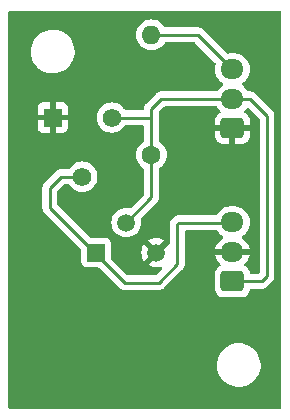
<source format=gbr>
%TF.GenerationSoftware,KiCad,Pcbnew,7.0.9*%
%TF.CreationDate,2024-01-10T21:16:10+01:00*%
%TF.ProjectId,TemperatureLM135,54656d70-6572-4617-9475-72654c4d3133,1.3*%
%TF.SameCoordinates,Original*%
%TF.FileFunction,Copper,L2,Bot*%
%TF.FilePolarity,Positive*%
%FSLAX46Y46*%
G04 Gerber Fmt 4.6, Leading zero omitted, Abs format (unit mm)*
G04 Created by KiCad (PCBNEW 7.0.9) date 2024-01-10 21:16:10*
%MOMM*%
%LPD*%
G01*
G04 APERTURE LIST*
G04 Aperture macros list*
%AMRoundRect*
0 Rectangle with rounded corners*
0 $1 Rounding radius*
0 $2 $3 $4 $5 $6 $7 $8 $9 X,Y pos of 4 corners*
0 Add a 4 corners polygon primitive as box body*
4,1,4,$2,$3,$4,$5,$6,$7,$8,$9,$2,$3,0*
0 Add four circle primitives for the rounded corners*
1,1,$1+$1,$2,$3*
1,1,$1+$1,$4,$5*
1,1,$1+$1,$6,$7*
1,1,$1+$1,$8,$9*
0 Add four rect primitives between the rounded corners*
20,1,$1+$1,$2,$3,$4,$5,0*
20,1,$1+$1,$4,$5,$6,$7,0*
20,1,$1+$1,$6,$7,$8,$9,0*
20,1,$1+$1,$8,$9,$2,$3,0*%
G04 Aperture macros list end*
%TA.AperFunction,ComponentPad*%
%ADD10R,1.560000X1.560000*%
%TD*%
%TA.AperFunction,ComponentPad*%
%ADD11C,1.560000*%
%TD*%
%TA.AperFunction,ComponentPad*%
%ADD12R,1.500000X1.500000*%
%TD*%
%TA.AperFunction,ComponentPad*%
%ADD13C,1.500000*%
%TD*%
%TA.AperFunction,ComponentPad*%
%ADD14O,1.950000X1.700000*%
%TD*%
%TA.AperFunction,ComponentPad*%
%ADD15RoundRect,0.250000X0.725000X-0.600000X0.725000X0.600000X-0.725000X0.600000X-0.725000X-0.600000X0*%
%TD*%
%TA.AperFunction,ComponentPad*%
%ADD16C,1.600000*%
%TD*%
%TA.AperFunction,ComponentPad*%
%ADD17O,1.600000X1.600000*%
%TD*%
%TA.AperFunction,Conductor*%
%ADD18C,0.250000*%
%TD*%
G04 APERTURE END LIST*
D10*
%TO.P,RV1,1,1*%
%TO.N,GND*%
X59309000Y-24638000D03*
D11*
%TO.P,RV1,2,2*%
%TO.N,Net-(J2-Pin_3)*%
X61809000Y-29638000D03*
%TO.P,RV1,3,3*%
%TO.N,Net-(J1-Signal)*%
X64309000Y-24638000D03*
%TD*%
D12*
%TO.P,U1,1,ADJ*%
%TO.N,Net-(J2-Pin_3)*%
X62992000Y-36068000D03*
D13*
%TO.P,U1,2,+*%
%TO.N,Net-(J1-Signal)*%
X65532000Y-33528000D03*
%TO.P,U1,3,-*%
%TO.N,GND*%
X68072000Y-36068000D03*
%TD*%
D14*
%TO.P,J2,3,Pin_3*%
%TO.N,Net-(J2-Pin_3)*%
X74521500Y-33508000D03*
%TO.P,J2,2,Pin_2*%
%TO.N,GND*%
X74521500Y-36008000D03*
D15*
%TO.P,J2,1,Pin_1*%
%TO.N,Net-(J1-Signal)*%
X74521500Y-38508000D03*
%TD*%
%TO.P,J1,1,GND*%
%TO.N,GND*%
X74521500Y-25554000D03*
D14*
%TO.P,J1,2,Signal*%
%TO.N,Net-(J1-Signal)*%
X74521500Y-23054000D03*
%TO.P,J1,3,3.3V*%
%TO.N,+3.3V*%
X74521500Y-20554000D03*
%TD*%
D16*
%TO.P,R1,1*%
%TO.N,Net-(J1-Signal)*%
X67663500Y-27793000D03*
D17*
%TO.P,R1,2*%
%TO.N,+3.3V*%
X67663500Y-17633000D03*
%TD*%
D18*
%TO.N,Net-(J2-Pin_3)*%
X60024000Y-29638000D02*
X59055000Y-30607000D01*
X59055000Y-32258000D02*
X65405000Y-38608000D01*
X69850000Y-37060250D02*
X69850000Y-33655000D01*
X65405000Y-38608000D02*
X68302250Y-38608000D01*
X59055000Y-30607000D02*
X59055000Y-32258000D01*
X61809000Y-29638000D02*
X60024000Y-29638000D01*
X69977000Y-33528000D02*
X74501500Y-33528000D01*
X68302250Y-38608000D02*
X69850000Y-37060250D01*
X69850000Y-33655000D02*
X69977000Y-33528000D01*
X74501500Y-33528000D02*
X74521500Y-33508000D01*
%TO.N,Net-(J1-Signal)*%
X67663500Y-27793000D02*
X67663500Y-24511000D01*
X67663500Y-24511000D02*
X67663500Y-23903500D01*
X67536500Y-24638000D02*
X67663500Y-24511000D01*
X64309000Y-24638000D02*
X67536500Y-24638000D01*
X67663500Y-23903500D02*
X68513000Y-23054000D01*
X68513000Y-23054000D02*
X74521500Y-23054000D01*
X65532000Y-33528000D02*
X67663500Y-31396500D01*
X67663500Y-31396500D02*
X67663500Y-27793000D01*
X74521500Y-23054000D02*
X76005500Y-23054000D01*
X76005500Y-23054000D02*
X77442500Y-24491000D01*
X77442500Y-24491000D02*
X77442500Y-38080000D01*
X77014500Y-38508000D02*
X74521500Y-38508000D01*
X77442500Y-38080000D02*
X77014500Y-38508000D01*
X73672500Y-23054000D02*
X74521500Y-23054000D01*
%TO.N,+3.3V*%
X67616500Y-17633000D02*
X71600500Y-17633000D01*
X71600500Y-17633000D02*
X74521500Y-20554000D01*
%TD*%
%TA.AperFunction,Conductor*%
%TO.N,GND*%
G36*
X78608039Y-15641185D02*
G01*
X78653794Y-15693989D01*
X78665000Y-15745500D01*
X78665000Y-49151500D01*
X78645315Y-49218539D01*
X78592511Y-49264294D01*
X78541000Y-49275500D01*
X55676000Y-49275500D01*
X55608961Y-49255815D01*
X55563206Y-49203011D01*
X55552000Y-49151500D01*
X55552000Y-45660763D01*
X73202787Y-45660763D01*
X73232413Y-45930013D01*
X73232415Y-45930024D01*
X73300926Y-46192082D01*
X73300928Y-46192088D01*
X73406870Y-46441390D01*
X73478998Y-46559575D01*
X73547979Y-46672605D01*
X73547986Y-46672615D01*
X73721253Y-46880819D01*
X73721259Y-46880824D01*
X73922998Y-47061582D01*
X74148910Y-47211044D01*
X74394176Y-47326020D01*
X74394183Y-47326022D01*
X74394185Y-47326023D01*
X74653557Y-47404057D01*
X74653564Y-47404058D01*
X74653569Y-47404060D01*
X74921561Y-47443500D01*
X74921566Y-47443500D01*
X75124636Y-47443500D01*
X75176133Y-47439730D01*
X75327156Y-47428677D01*
X75439758Y-47403593D01*
X75591546Y-47369782D01*
X75591548Y-47369781D01*
X75591553Y-47369780D01*
X75844558Y-47273014D01*
X76080777Y-47140441D01*
X76295177Y-46974888D01*
X76483186Y-46779881D01*
X76640799Y-46559579D01*
X76714787Y-46415669D01*
X76764649Y-46318690D01*
X76764651Y-46318684D01*
X76764656Y-46318675D01*
X76852118Y-46062305D01*
X76901319Y-45795933D01*
X76911212Y-45525235D01*
X76881586Y-45255982D01*
X76813072Y-44993912D01*
X76707130Y-44744610D01*
X76566018Y-44513390D01*
X76476747Y-44406119D01*
X76392746Y-44305180D01*
X76392740Y-44305175D01*
X76191002Y-44124418D01*
X75965092Y-43974957D01*
X75965090Y-43974956D01*
X75719824Y-43859980D01*
X75719819Y-43859978D01*
X75719814Y-43859976D01*
X75460442Y-43781942D01*
X75460428Y-43781939D01*
X75344791Y-43764921D01*
X75192439Y-43742500D01*
X74989369Y-43742500D01*
X74989364Y-43742500D01*
X74786844Y-43757323D01*
X74786831Y-43757325D01*
X74522453Y-43816217D01*
X74522446Y-43816220D01*
X74269439Y-43912987D01*
X74033226Y-44045557D01*
X73818822Y-44211112D01*
X73630822Y-44406109D01*
X73630816Y-44406116D01*
X73473202Y-44626419D01*
X73473199Y-44626424D01*
X73349350Y-44867309D01*
X73349343Y-44867327D01*
X73261884Y-45123685D01*
X73261881Y-45123699D01*
X73212681Y-45390068D01*
X73212680Y-45390075D01*
X73202787Y-45660763D01*
X55552000Y-45660763D01*
X55552000Y-30587195D01*
X58424840Y-30587195D01*
X58429225Y-30633583D01*
X58429500Y-30639421D01*
X58429500Y-32175255D01*
X58427775Y-32190872D01*
X58428061Y-32190899D01*
X58427326Y-32198665D01*
X58429500Y-32267814D01*
X58429500Y-32297343D01*
X58429501Y-32297360D01*
X58430368Y-32304231D01*
X58430826Y-32310050D01*
X58432290Y-32356624D01*
X58432291Y-32356627D01*
X58437880Y-32375867D01*
X58441824Y-32394911D01*
X58444336Y-32414791D01*
X58461490Y-32458119D01*
X58463382Y-32463647D01*
X58476381Y-32508388D01*
X58486580Y-32525634D01*
X58495138Y-32543103D01*
X58502514Y-32561732D01*
X58529898Y-32599423D01*
X58533106Y-32604307D01*
X58556827Y-32644416D01*
X58556833Y-32644424D01*
X58570990Y-32658580D01*
X58583628Y-32673376D01*
X58595405Y-32689586D01*
X58595406Y-32689587D01*
X58631309Y-32719288D01*
X58635620Y-32723210D01*
X60189910Y-34277500D01*
X61705181Y-35792771D01*
X61738666Y-35854094D01*
X61741500Y-35880452D01*
X61741500Y-36865870D01*
X61741501Y-36865876D01*
X61747908Y-36925483D01*
X61798202Y-37060328D01*
X61798206Y-37060335D01*
X61884452Y-37175544D01*
X61884455Y-37175547D01*
X61999664Y-37261793D01*
X61999671Y-37261797D01*
X62134517Y-37312091D01*
X62134516Y-37312091D01*
X62141444Y-37312835D01*
X62194127Y-37318500D01*
X63179546Y-37318499D01*
X63246585Y-37338183D01*
X63267227Y-37354818D01*
X64904197Y-38991788D01*
X64914022Y-39004051D01*
X64914243Y-39003869D01*
X64919214Y-39009878D01*
X64940043Y-39029437D01*
X64969635Y-39057226D01*
X64990529Y-39078120D01*
X64996011Y-39082373D01*
X65000443Y-39086157D01*
X65034418Y-39118062D01*
X65051976Y-39127714D01*
X65068235Y-39138395D01*
X65084064Y-39150673D01*
X65126838Y-39169182D01*
X65132056Y-39171738D01*
X65172908Y-39194197D01*
X65192316Y-39199180D01*
X65210717Y-39205480D01*
X65229104Y-39213437D01*
X65272488Y-39220308D01*
X65275119Y-39220725D01*
X65280839Y-39221909D01*
X65325981Y-39233500D01*
X65346016Y-39233500D01*
X65365414Y-39235026D01*
X65385194Y-39238159D01*
X65385195Y-39238160D01*
X65385195Y-39238159D01*
X65385196Y-39238160D01*
X65431584Y-39233775D01*
X65437422Y-39233500D01*
X68219507Y-39233500D01*
X68235127Y-39235224D01*
X68235154Y-39234939D01*
X68242910Y-39235671D01*
X68242917Y-39235673D01*
X68312064Y-39233500D01*
X68341600Y-39233500D01*
X68348478Y-39232630D01*
X68354291Y-39232172D01*
X68400877Y-39230709D01*
X68420119Y-39225117D01*
X68439162Y-39221174D01*
X68459042Y-39218664D01*
X68502372Y-39201507D01*
X68507896Y-39199617D01*
X68511646Y-39198527D01*
X68552640Y-39186618D01*
X68569879Y-39176422D01*
X68587353Y-39167862D01*
X68605977Y-39160488D01*
X68605977Y-39160487D01*
X68605982Y-39160486D01*
X68643699Y-39133082D01*
X68648555Y-39129892D01*
X68688670Y-39106170D01*
X68702839Y-39091999D01*
X68717629Y-39079368D01*
X68733837Y-39067594D01*
X68763549Y-39031676D01*
X68767462Y-39027376D01*
X70233787Y-37561052D01*
X70246042Y-37551236D01*
X70245859Y-37551014D01*
X70251866Y-37546042D01*
X70251877Y-37546036D01*
X70282775Y-37513132D01*
X70299227Y-37495614D01*
X70309671Y-37485168D01*
X70320120Y-37474721D01*
X70324379Y-37469228D01*
X70328152Y-37464811D01*
X70360062Y-37430832D01*
X70369715Y-37413270D01*
X70380389Y-37397020D01*
X70392673Y-37381186D01*
X70411180Y-37338417D01*
X70413749Y-37333174D01*
X70421817Y-37318498D01*
X70436197Y-37292342D01*
X70441177Y-37272941D01*
X70447478Y-37254538D01*
X70455438Y-37236146D01*
X70462730Y-37190099D01*
X70463911Y-37184402D01*
X70475500Y-37139269D01*
X70475500Y-37119233D01*
X70477027Y-37099832D01*
X70477216Y-37098640D01*
X70480160Y-37080054D01*
X70475775Y-37033665D01*
X70475500Y-37027827D01*
X70475500Y-34277500D01*
X70495185Y-34210461D01*
X70547989Y-34164706D01*
X70599500Y-34153500D01*
X73135278Y-34153500D01*
X73202317Y-34173185D01*
X73236852Y-34206376D01*
X73276721Y-34263315D01*
X73358006Y-34379403D01*
X73525097Y-34546494D01*
X73682531Y-34656730D01*
X73726156Y-34711307D01*
X73733350Y-34780805D01*
X73701827Y-34843160D01*
X73682532Y-34859880D01*
X73525422Y-34969890D01*
X73525420Y-34969891D01*
X73358394Y-35136917D01*
X73222899Y-35330421D01*
X73123070Y-35544507D01*
X73123067Y-35544513D01*
X73065864Y-35757999D01*
X73065864Y-35758000D01*
X74117531Y-35758000D01*
X74084981Y-35808649D01*
X74046500Y-35939705D01*
X74046500Y-36076295D01*
X74084981Y-36207351D01*
X74117531Y-36258000D01*
X73065864Y-36258000D01*
X73123067Y-36471486D01*
X73123070Y-36471492D01*
X73222899Y-36685577D01*
X73222900Y-36685579D01*
X73358386Y-36879073D01*
X73505643Y-37026331D01*
X73539127Y-37087654D01*
X73534143Y-37157346D01*
X73492271Y-37213279D01*
X73483058Y-37219550D01*
X73327847Y-37315285D01*
X73327843Y-37315288D01*
X73203789Y-37439342D01*
X73111687Y-37588663D01*
X73111686Y-37588666D01*
X73056501Y-37755203D01*
X73056501Y-37755204D01*
X73056500Y-37755204D01*
X73046000Y-37857983D01*
X73046000Y-39158001D01*
X73046001Y-39158018D01*
X73056500Y-39260796D01*
X73056501Y-39260799D01*
X73111685Y-39427331D01*
X73111686Y-39427334D01*
X73203788Y-39576656D01*
X73327844Y-39700712D01*
X73477166Y-39792814D01*
X73643703Y-39847999D01*
X73746491Y-39858500D01*
X75296508Y-39858499D01*
X75399297Y-39847999D01*
X75565834Y-39792814D01*
X75715156Y-39700712D01*
X75839212Y-39576656D01*
X75931314Y-39427334D01*
X75986499Y-39260797D01*
X75988123Y-39244898D01*
X76014518Y-39180207D01*
X76071698Y-39140055D01*
X76111481Y-39133500D01*
X76931757Y-39133500D01*
X76947377Y-39135224D01*
X76947404Y-39134939D01*
X76955160Y-39135671D01*
X76955167Y-39135673D01*
X77024314Y-39133500D01*
X77053850Y-39133500D01*
X77060728Y-39132630D01*
X77066541Y-39132172D01*
X77113127Y-39130709D01*
X77132369Y-39125117D01*
X77151412Y-39121174D01*
X77171292Y-39118664D01*
X77214622Y-39101507D01*
X77220146Y-39099617D01*
X77223896Y-39098527D01*
X77264890Y-39086618D01*
X77282129Y-39076422D01*
X77299603Y-39067862D01*
X77318227Y-39060488D01*
X77318227Y-39060487D01*
X77318232Y-39060486D01*
X77355949Y-39033082D01*
X77360805Y-39029892D01*
X77400920Y-39006170D01*
X77415089Y-38991999D01*
X77429879Y-38979368D01*
X77446087Y-38967594D01*
X77475799Y-38931676D01*
X77479712Y-38927376D01*
X77826285Y-38580803D01*
X77838541Y-38570987D01*
X77838358Y-38570765D01*
X77844375Y-38565787D01*
X77844374Y-38565787D01*
X77844377Y-38565786D01*
X77868751Y-38539829D01*
X77891727Y-38515364D01*
X77902171Y-38504918D01*
X77912620Y-38494471D01*
X77916879Y-38488978D01*
X77920652Y-38484561D01*
X77952562Y-38450582D01*
X77962213Y-38433024D01*
X77972896Y-38416761D01*
X77985173Y-38400936D01*
X78003685Y-38358153D01*
X78006238Y-38352941D01*
X78028697Y-38312092D01*
X78033680Y-38292680D01*
X78039981Y-38274280D01*
X78047937Y-38255896D01*
X78055229Y-38209852D01*
X78056406Y-38204171D01*
X78068000Y-38159019D01*
X78068000Y-38138983D01*
X78069527Y-38119582D01*
X78072660Y-38099804D01*
X78068275Y-38053415D01*
X78068000Y-38047577D01*
X78068000Y-24573742D01*
X78069724Y-24558122D01*
X78069439Y-24558096D01*
X78070171Y-24550340D01*
X78070173Y-24550333D01*
X78068000Y-24481185D01*
X78068000Y-24451650D01*
X78067131Y-24444772D01*
X78066672Y-24438943D01*
X78065209Y-24392372D01*
X78059622Y-24373144D01*
X78055674Y-24354084D01*
X78053163Y-24334204D01*
X78036012Y-24290887D01*
X78034119Y-24285358D01*
X78021118Y-24240609D01*
X78021116Y-24240606D01*
X78010923Y-24223371D01*
X78002361Y-24205894D01*
X77994987Y-24187270D01*
X77994986Y-24187268D01*
X77967579Y-24149545D01*
X77964388Y-24144686D01*
X77958238Y-24134287D01*
X77940670Y-24104580D01*
X77940668Y-24104578D01*
X77940665Y-24104574D01*
X77926506Y-24090415D01*
X77913868Y-24075619D01*
X77911939Y-24072964D01*
X77902094Y-24059413D01*
X77866188Y-24029709D01*
X77861876Y-24025786D01*
X76506303Y-22670212D01*
X76496480Y-22657950D01*
X76496259Y-22658134D01*
X76491286Y-22652123D01*
X76472659Y-22634631D01*
X76440864Y-22604773D01*
X76430419Y-22594328D01*
X76419975Y-22583883D01*
X76414486Y-22579625D01*
X76410061Y-22575847D01*
X76376082Y-22543938D01*
X76376080Y-22543936D01*
X76376077Y-22543935D01*
X76358529Y-22534288D01*
X76342263Y-22523604D01*
X76326433Y-22511325D01*
X76283668Y-22492818D01*
X76278422Y-22490248D01*
X76237593Y-22467803D01*
X76237592Y-22467802D01*
X76218193Y-22462822D01*
X76199781Y-22456518D01*
X76181398Y-22448562D01*
X76181392Y-22448560D01*
X76135374Y-22441272D01*
X76129652Y-22440087D01*
X76084521Y-22428500D01*
X76084519Y-22428500D01*
X76064484Y-22428500D01*
X76045086Y-22426973D01*
X76037662Y-22425797D01*
X76025305Y-22423840D01*
X76025304Y-22423840D01*
X75978916Y-22428225D01*
X75973078Y-22428500D01*
X75921727Y-22428500D01*
X75854688Y-22408815D01*
X75820152Y-22375623D01*
X75684994Y-22182597D01*
X75517903Y-22015506D01*
X75461687Y-21976144D01*
X75360901Y-21905573D01*
X75317278Y-21850999D01*
X75310084Y-21781500D01*
X75341606Y-21719145D01*
X75360898Y-21702428D01*
X75517901Y-21592495D01*
X75684995Y-21425401D01*
X75820535Y-21231830D01*
X75920403Y-21017663D01*
X75981563Y-20789408D01*
X76002159Y-20554000D01*
X75981563Y-20318592D01*
X75920403Y-20090337D01*
X75820535Y-19876171D01*
X75750168Y-19775675D01*
X75684994Y-19682597D01*
X75517902Y-19515505D01*
X75324330Y-19379965D01*
X75324328Y-19379964D01*
X75217246Y-19330031D01*
X75110163Y-19280097D01*
X75110159Y-19280096D01*
X75110155Y-19280094D01*
X74881913Y-19218938D01*
X74881903Y-19218936D01*
X74705466Y-19203500D01*
X74337534Y-19203500D01*
X74161097Y-19218936D01*
X74161093Y-19218936D01*
X74161092Y-19218937D01*
X74161087Y-19218938D01*
X74161084Y-19218939D01*
X74159211Y-19219441D01*
X74158353Y-19219420D01*
X74155759Y-19219878D01*
X74155667Y-19219356D01*
X74089361Y-19217777D01*
X74039438Y-19187347D01*
X72101303Y-17249212D01*
X72091480Y-17236950D01*
X72091259Y-17237134D01*
X72086286Y-17231123D01*
X72052611Y-17199500D01*
X72035864Y-17183773D01*
X72025419Y-17173328D01*
X72014975Y-17162883D01*
X72009486Y-17158625D01*
X72005061Y-17154847D01*
X71971082Y-17122938D01*
X71971080Y-17122936D01*
X71971077Y-17122935D01*
X71953529Y-17113288D01*
X71937263Y-17102604D01*
X71921433Y-17090325D01*
X71878668Y-17071818D01*
X71873422Y-17069248D01*
X71832593Y-17046803D01*
X71832592Y-17046802D01*
X71813193Y-17041822D01*
X71794781Y-17035518D01*
X71776398Y-17027562D01*
X71776392Y-17027560D01*
X71730374Y-17020272D01*
X71724652Y-17019087D01*
X71679521Y-17007500D01*
X71679519Y-17007500D01*
X71659484Y-17007500D01*
X71640086Y-17005973D01*
X71632662Y-17004797D01*
X71620305Y-17002840D01*
X71620304Y-17002840D01*
X71573916Y-17007225D01*
X71568078Y-17007500D01*
X68877688Y-17007500D01*
X68810649Y-16987815D01*
X68776113Y-16954623D01*
X68663545Y-16793858D01*
X68502641Y-16632954D01*
X68316234Y-16502432D01*
X68316232Y-16502431D01*
X68109997Y-16406261D01*
X68109988Y-16406258D01*
X67890197Y-16347366D01*
X67890193Y-16347365D01*
X67890192Y-16347365D01*
X67890191Y-16347364D01*
X67890186Y-16347364D01*
X67663502Y-16327532D01*
X67663498Y-16327532D01*
X67436813Y-16347364D01*
X67436802Y-16347366D01*
X67217011Y-16406258D01*
X67217002Y-16406261D01*
X67010767Y-16502431D01*
X67010765Y-16502432D01*
X66824358Y-16632954D01*
X66663454Y-16793858D01*
X66532932Y-16980265D01*
X66532931Y-16980267D01*
X66436761Y-17186502D01*
X66436758Y-17186511D01*
X66377866Y-17406302D01*
X66377864Y-17406313D01*
X66358032Y-17632998D01*
X66358032Y-17633001D01*
X66377864Y-17859686D01*
X66377866Y-17859697D01*
X66436758Y-18079488D01*
X66436761Y-18079497D01*
X66532931Y-18285732D01*
X66532932Y-18285734D01*
X66663454Y-18472141D01*
X66824358Y-18633045D01*
X66824361Y-18633047D01*
X67010766Y-18763568D01*
X67217004Y-18859739D01*
X67436808Y-18918635D01*
X67598730Y-18932801D01*
X67663498Y-18938468D01*
X67663500Y-18938468D01*
X67663502Y-18938468D01*
X67720173Y-18933509D01*
X67890192Y-18918635D01*
X68109996Y-18859739D01*
X68316234Y-18763568D01*
X68502639Y-18633047D01*
X68663547Y-18472139D01*
X68776113Y-18311377D01*
X68830689Y-18267752D01*
X68877688Y-18258500D01*
X71290048Y-18258500D01*
X71357087Y-18278185D01*
X71377729Y-18294819D01*
X73082677Y-19999767D01*
X73116162Y-20061090D01*
X73114771Y-20119541D01*
X73061438Y-20318586D01*
X73061436Y-20318596D01*
X73040841Y-20553999D01*
X73040841Y-20554000D01*
X73061436Y-20789403D01*
X73061438Y-20789413D01*
X73122594Y-21017655D01*
X73122596Y-21017659D01*
X73122597Y-21017663D01*
X73172531Y-21124746D01*
X73222464Y-21231828D01*
X73222465Y-21231830D01*
X73358005Y-21425402D01*
X73525097Y-21592494D01*
X73682095Y-21702425D01*
X73725720Y-21757002D01*
X73732914Y-21826500D01*
X73701391Y-21888855D01*
X73682095Y-21905575D01*
X73525097Y-22015505D01*
X73358006Y-22182597D01*
X73358001Y-22182603D01*
X73222848Y-22375623D01*
X73168271Y-22419248D01*
X73121273Y-22428500D01*
X68595737Y-22428500D01*
X68580120Y-22426776D01*
X68580093Y-22427062D01*
X68572331Y-22426327D01*
X68503203Y-22428500D01*
X68473650Y-22428500D01*
X68472929Y-22428590D01*
X68466757Y-22429369D01*
X68460945Y-22429826D01*
X68414372Y-22431290D01*
X68414369Y-22431291D01*
X68395126Y-22436881D01*
X68376083Y-22440825D01*
X68356204Y-22443336D01*
X68356203Y-22443337D01*
X68312878Y-22460490D01*
X68307352Y-22462382D01*
X68262608Y-22475383D01*
X68262604Y-22475385D01*
X68245365Y-22485580D01*
X68227898Y-22494137D01*
X68209269Y-22501512D01*
X68209267Y-22501513D01*
X68171564Y-22528906D01*
X68166682Y-22532112D01*
X68126580Y-22555828D01*
X68112408Y-22570000D01*
X68097623Y-22582628D01*
X68081412Y-22594407D01*
X68051709Y-22630310D01*
X68047777Y-22634631D01*
X67279708Y-23402699D01*
X67267451Y-23412520D01*
X67267634Y-23412741D01*
X67261623Y-23417713D01*
X67214272Y-23468136D01*
X67193389Y-23489019D01*
X67193377Y-23489032D01*
X67189121Y-23494517D01*
X67185337Y-23498947D01*
X67153437Y-23532918D01*
X67153436Y-23532920D01*
X67143784Y-23550476D01*
X67133110Y-23566726D01*
X67120829Y-23582561D01*
X67120824Y-23582568D01*
X67102315Y-23625338D01*
X67099745Y-23630584D01*
X67077303Y-23671406D01*
X67072322Y-23690807D01*
X67066021Y-23709210D01*
X67058062Y-23727602D01*
X67058061Y-23727605D01*
X67050771Y-23773627D01*
X67049587Y-23779346D01*
X67038001Y-23824472D01*
X67038000Y-23824482D01*
X67038000Y-23844516D01*
X67036473Y-23863915D01*
X67033340Y-23883694D01*
X67033095Y-23891493D01*
X67029873Y-23891391D01*
X67019392Y-23945446D01*
X66971119Y-23995958D01*
X66909241Y-24012500D01*
X65498771Y-24012500D01*
X65431732Y-23992815D01*
X65397196Y-23959623D01*
X65387269Y-23945446D01*
X65343028Y-23882263D01*
X65293668Y-23811768D01*
X65226549Y-23744649D01*
X65135233Y-23653333D01*
X65135229Y-23653330D01*
X65135228Y-23653329D01*
X64951700Y-23524821D01*
X64951696Y-23524819D01*
X64951694Y-23524818D01*
X64748630Y-23430128D01*
X64748627Y-23430127D01*
X64748625Y-23430126D01*
X64532208Y-23372137D01*
X64532200Y-23372136D01*
X64309002Y-23352609D01*
X64308998Y-23352609D01*
X64085799Y-23372136D01*
X64085791Y-23372137D01*
X63869374Y-23430126D01*
X63869368Y-23430129D01*
X63666306Y-23524818D01*
X63666304Y-23524819D01*
X63482764Y-23653334D01*
X63324334Y-23811764D01*
X63195819Y-23995304D01*
X63195818Y-23995306D01*
X63101129Y-24198368D01*
X63101126Y-24198374D01*
X63043137Y-24414791D01*
X63043136Y-24414799D01*
X63023609Y-24637998D01*
X63023609Y-24638001D01*
X63043136Y-24861200D01*
X63043137Y-24861208D01*
X63101126Y-25077625D01*
X63101127Y-25077627D01*
X63101128Y-25077630D01*
X63176722Y-25239742D01*
X63195819Y-25280696D01*
X63195821Y-25280700D01*
X63324329Y-25464228D01*
X63324334Y-25464234D01*
X63482765Y-25622665D01*
X63482771Y-25622670D01*
X63666299Y-25751178D01*
X63666301Y-25751179D01*
X63666304Y-25751181D01*
X63869370Y-25845872D01*
X64085794Y-25903863D01*
X64245226Y-25917811D01*
X64308998Y-25923391D01*
X64309000Y-25923391D01*
X64309002Y-25923391D01*
X64370631Y-25917999D01*
X64532206Y-25903863D01*
X64748630Y-25845872D01*
X64951696Y-25751181D01*
X65135233Y-25622667D01*
X65293667Y-25464233D01*
X65397197Y-25316377D01*
X65451774Y-25272752D01*
X65498772Y-25263500D01*
X66914000Y-25263500D01*
X66981039Y-25283185D01*
X67026794Y-25335989D01*
X67038000Y-25387500D01*
X67038000Y-26578811D01*
X67018315Y-26645850D01*
X66985123Y-26680386D01*
X66824359Y-26792953D01*
X66663454Y-26953858D01*
X66532932Y-27140265D01*
X66532931Y-27140267D01*
X66436761Y-27346502D01*
X66436758Y-27346511D01*
X66377866Y-27566302D01*
X66377864Y-27566313D01*
X66358032Y-27792998D01*
X66358032Y-27793001D01*
X66377864Y-28019686D01*
X66377866Y-28019697D01*
X66436758Y-28239488D01*
X66436761Y-28239497D01*
X66532931Y-28445732D01*
X66532932Y-28445734D01*
X66663454Y-28632141D01*
X66824358Y-28793045D01*
X66985123Y-28905613D01*
X67028748Y-28960189D01*
X67038000Y-29007188D01*
X67038000Y-31086046D01*
X67018315Y-31153085D01*
X67001681Y-31173727D01*
X65905997Y-32269411D01*
X65844674Y-32302896D01*
X65786223Y-32301505D01*
X65749977Y-32291793D01*
X65532002Y-32272723D01*
X65531998Y-32272723D01*
X65386682Y-32285436D01*
X65314023Y-32291793D01*
X65314020Y-32291793D01*
X65102677Y-32348422D01*
X65102668Y-32348426D01*
X64904361Y-32440898D01*
X64904357Y-32440900D01*
X64725121Y-32566402D01*
X64570402Y-32721121D01*
X64444900Y-32900357D01*
X64444898Y-32900361D01*
X64352426Y-33098668D01*
X64352422Y-33098677D01*
X64295793Y-33310020D01*
X64295793Y-33310024D01*
X64276723Y-33527997D01*
X64276723Y-33528002D01*
X64295793Y-33745975D01*
X64295793Y-33745979D01*
X64352422Y-33957322D01*
X64352424Y-33957326D01*
X64352425Y-33957330D01*
X64398661Y-34056484D01*
X64444897Y-34155638D01*
X64444898Y-34155639D01*
X64570402Y-34334877D01*
X64725123Y-34489598D01*
X64904361Y-34615102D01*
X65102670Y-34707575D01*
X65314023Y-34764207D01*
X65496926Y-34780208D01*
X65531998Y-34783277D01*
X65532000Y-34783277D01*
X65532002Y-34783277D01*
X65560254Y-34780805D01*
X65749977Y-34764207D01*
X65961330Y-34707575D01*
X66159639Y-34615102D01*
X66338877Y-34489598D01*
X66493598Y-34334877D01*
X66619102Y-34155639D01*
X66711575Y-33957330D01*
X66768207Y-33745977D01*
X66787028Y-33530846D01*
X66787277Y-33528002D01*
X66787277Y-33527997D01*
X66774511Y-33382084D01*
X66768207Y-33310023D01*
X66758494Y-33273774D01*
X66760157Y-33203925D01*
X66790586Y-33154002D01*
X68047287Y-31897302D01*
X68059542Y-31887486D01*
X68059359Y-31887264D01*
X68065366Y-31882292D01*
X68065377Y-31882286D01*
X68096275Y-31849382D01*
X68112727Y-31831864D01*
X68123171Y-31821418D01*
X68133620Y-31810971D01*
X68137879Y-31805478D01*
X68141652Y-31801061D01*
X68173562Y-31767082D01*
X68183213Y-31749524D01*
X68193896Y-31733261D01*
X68206173Y-31717436D01*
X68224685Y-31674653D01*
X68227238Y-31669441D01*
X68249697Y-31628592D01*
X68254680Y-31609180D01*
X68260981Y-31590780D01*
X68268937Y-31572396D01*
X68276229Y-31526352D01*
X68277406Y-31520671D01*
X68289000Y-31475519D01*
X68289000Y-31455483D01*
X68290527Y-31436082D01*
X68293660Y-31416304D01*
X68289275Y-31369915D01*
X68289000Y-31364077D01*
X68289000Y-29007188D01*
X68308685Y-28940149D01*
X68341877Y-28905613D01*
X68475902Y-28811768D01*
X68502639Y-28793047D01*
X68663547Y-28632139D01*
X68794068Y-28445734D01*
X68890239Y-28239496D01*
X68949135Y-28019692D01*
X68968968Y-27793000D01*
X68949135Y-27566308D01*
X68890239Y-27346504D01*
X68794068Y-27140266D01*
X68663547Y-26953861D01*
X68663545Y-26953858D01*
X68502640Y-26792953D01*
X68341877Y-26680386D01*
X68298252Y-26625809D01*
X68289000Y-26578811D01*
X68289000Y-24569983D01*
X68290527Y-24550582D01*
X68293660Y-24530804D01*
X68289275Y-24484415D01*
X68289000Y-24478577D01*
X68289000Y-24213952D01*
X68308685Y-24146913D01*
X68325319Y-24126271D01*
X68735772Y-23715819D01*
X68797095Y-23682334D01*
X68823453Y-23679500D01*
X73121273Y-23679500D01*
X73188312Y-23699185D01*
X73222848Y-23732377D01*
X73358005Y-23925402D01*
X73505567Y-24072964D01*
X73539052Y-24134287D01*
X73534068Y-24203979D01*
X73492196Y-24259912D01*
X73482983Y-24266183D01*
X73328159Y-24361680D01*
X73328155Y-24361683D01*
X73204184Y-24485654D01*
X73112143Y-24634875D01*
X73112141Y-24634880D01*
X73056994Y-24801302D01*
X73056993Y-24801309D01*
X73046500Y-24904013D01*
X73046500Y-25304000D01*
X74117531Y-25304000D01*
X74084981Y-25354649D01*
X74046500Y-25485705D01*
X74046500Y-25622295D01*
X74084981Y-25753351D01*
X74117531Y-25804000D01*
X73046501Y-25804000D01*
X73046501Y-26203986D01*
X73056994Y-26306697D01*
X73112141Y-26473119D01*
X73112143Y-26473124D01*
X73204184Y-26622345D01*
X73328154Y-26746315D01*
X73477375Y-26838356D01*
X73477380Y-26838358D01*
X73643802Y-26893505D01*
X73643809Y-26893506D01*
X73746519Y-26903999D01*
X74271499Y-26903999D01*
X74271500Y-26903998D01*
X74271500Y-25962018D01*
X74386301Y-26014446D01*
X74487525Y-26029000D01*
X74555475Y-26029000D01*
X74656699Y-26014446D01*
X74771500Y-25962018D01*
X74771500Y-26903999D01*
X75296472Y-26903999D01*
X75296486Y-26903998D01*
X75399197Y-26893505D01*
X75565619Y-26838358D01*
X75565624Y-26838356D01*
X75714845Y-26746315D01*
X75838815Y-26622345D01*
X75930856Y-26473124D01*
X75930858Y-26473119D01*
X75986005Y-26306697D01*
X75986006Y-26306690D01*
X75996499Y-26203986D01*
X75996500Y-26203973D01*
X75996500Y-25804000D01*
X74925469Y-25804000D01*
X74958019Y-25753351D01*
X74996500Y-25622295D01*
X74996500Y-25485705D01*
X74958019Y-25354649D01*
X74925469Y-25304000D01*
X75996499Y-25304000D01*
X75996499Y-24904028D01*
X75996498Y-24904013D01*
X75986005Y-24801302D01*
X75930858Y-24634880D01*
X75930856Y-24634875D01*
X75838815Y-24485654D01*
X75714844Y-24361683D01*
X75714840Y-24361680D01*
X75560016Y-24266183D01*
X75513291Y-24214235D01*
X75502070Y-24145273D01*
X75529913Y-24081191D01*
X75537421Y-24072974D01*
X75684995Y-23925401D01*
X75726798Y-23865699D01*
X75781371Y-23822077D01*
X75850869Y-23814882D01*
X75913224Y-23846403D01*
X75916052Y-23849143D01*
X76780681Y-24713771D01*
X76814166Y-24775094D01*
X76817000Y-24801452D01*
X76817000Y-37758500D01*
X76797315Y-37825539D01*
X76744511Y-37871294D01*
X76693000Y-37882500D01*
X76111481Y-37882500D01*
X76044442Y-37862815D01*
X75998687Y-37810011D01*
X75988123Y-37771101D01*
X75986499Y-37755203D01*
X75986498Y-37755200D01*
X75931314Y-37588666D01*
X75839212Y-37439344D01*
X75715156Y-37315288D01*
X75565834Y-37223186D01*
X75559941Y-37219551D01*
X75513217Y-37167603D01*
X75501994Y-37098640D01*
X75529838Y-37034558D01*
X75537357Y-37026331D01*
X75684605Y-36879082D01*
X75820100Y-36685578D01*
X75919929Y-36471492D01*
X75919932Y-36471486D01*
X75977136Y-36258000D01*
X74925469Y-36258000D01*
X74958019Y-36207351D01*
X74996500Y-36076295D01*
X74996500Y-35939705D01*
X74958019Y-35808649D01*
X74925469Y-35758000D01*
X75977136Y-35758000D01*
X75977135Y-35757999D01*
X75919932Y-35544513D01*
X75919929Y-35544507D01*
X75820100Y-35330422D01*
X75820099Y-35330420D01*
X75684613Y-35136926D01*
X75684608Y-35136920D01*
X75517579Y-34969891D01*
X75517573Y-34969886D01*
X75360467Y-34859880D01*
X75316842Y-34805303D01*
X75309648Y-34735805D01*
X75341171Y-34673450D01*
X75360460Y-34656735D01*
X75517901Y-34546495D01*
X75684995Y-34379401D01*
X75820535Y-34185830D01*
X75920403Y-33971663D01*
X75981563Y-33743408D01*
X76002159Y-33508000D01*
X75981563Y-33272592D01*
X75934961Y-33098668D01*
X75920405Y-33044344D01*
X75920404Y-33044343D01*
X75920403Y-33044337D01*
X75820535Y-32830171D01*
X75820534Y-32830169D01*
X75684994Y-32636597D01*
X75517902Y-32469505D01*
X75324330Y-32333965D01*
X75324328Y-32333964D01*
X75192996Y-32272723D01*
X75110163Y-32234097D01*
X75110159Y-32234096D01*
X75110155Y-32234094D01*
X74881913Y-32172938D01*
X74881903Y-32172936D01*
X74705466Y-32157500D01*
X74337534Y-32157500D01*
X74161096Y-32172936D01*
X74161086Y-32172938D01*
X73932844Y-32234094D01*
X73932835Y-32234098D01*
X73718671Y-32333964D01*
X73718669Y-32333965D01*
X73525097Y-32469505D01*
X73358006Y-32636597D01*
X73358001Y-32636604D01*
X73222468Y-32830164D01*
X73222465Y-32830169D01*
X73222465Y-32830170D01*
X73222124Y-32830899D01*
X73221890Y-32831165D01*
X73219760Y-32834856D01*
X73219018Y-32834427D01*
X73175958Y-32883340D01*
X73109741Y-32902500D01*
X70059738Y-32902500D01*
X70044121Y-32900776D01*
X70044094Y-32901062D01*
X70036332Y-32900327D01*
X69967204Y-32902500D01*
X69937650Y-32902500D01*
X69936929Y-32902590D01*
X69930757Y-32903369D01*
X69924945Y-32903826D01*
X69878373Y-32905290D01*
X69878372Y-32905290D01*
X69859129Y-32910881D01*
X69840079Y-32914825D01*
X69820211Y-32917334D01*
X69820209Y-32917335D01*
X69776884Y-32934488D01*
X69771357Y-32936380D01*
X69726610Y-32949381D01*
X69726609Y-32949382D01*
X69709367Y-32959579D01*
X69691899Y-32968137D01*
X69673269Y-32975513D01*
X69673267Y-32975514D01*
X69635576Y-33002898D01*
X69630694Y-33006105D01*
X69590579Y-33029830D01*
X69576408Y-33044000D01*
X69561623Y-33056628D01*
X69545412Y-33068407D01*
X69515709Y-33104310D01*
X69511777Y-33108631D01*
X69466208Y-33154199D01*
X69453951Y-33164020D01*
X69454134Y-33164241D01*
X69448123Y-33169213D01*
X69400772Y-33219636D01*
X69379889Y-33240519D01*
X69379877Y-33240532D01*
X69375621Y-33246017D01*
X69371837Y-33250447D01*
X69339937Y-33284418D01*
X69339936Y-33284420D01*
X69330284Y-33301976D01*
X69319610Y-33318226D01*
X69307329Y-33334061D01*
X69307324Y-33334068D01*
X69288815Y-33376838D01*
X69286245Y-33382084D01*
X69263803Y-33422906D01*
X69258822Y-33442307D01*
X69252521Y-33460710D01*
X69244562Y-33479102D01*
X69244561Y-33479105D01*
X69237271Y-33525127D01*
X69236087Y-33530846D01*
X69224501Y-33575972D01*
X69224500Y-33575982D01*
X69224500Y-33596016D01*
X69222973Y-33615415D01*
X69219840Y-33635194D01*
X69219840Y-33635195D01*
X69224225Y-33681583D01*
X69224500Y-33687421D01*
X69224500Y-35252675D01*
X69204815Y-35319714D01*
X69152011Y-35365469D01*
X69123103Y-35370448D01*
X68469953Y-36023598D01*
X68457165Y-35942852D01*
X68399641Y-35829955D01*
X68310045Y-35740359D01*
X68197148Y-35682835D01*
X68116401Y-35670046D01*
X68761572Y-35024875D01*
X68761571Y-35024873D01*
X68699391Y-34981335D01*
X68501159Y-34888898D01*
X68501150Y-34888894D01*
X68289894Y-34832289D01*
X68289884Y-34832287D01*
X68072001Y-34813225D01*
X68071999Y-34813225D01*
X67854115Y-34832287D01*
X67854105Y-34832289D01*
X67642849Y-34888894D01*
X67642840Y-34888898D01*
X67444614Y-34981332D01*
X67444612Y-34981333D01*
X67382428Y-35024875D01*
X67382427Y-35024875D01*
X68027599Y-35670046D01*
X67946852Y-35682835D01*
X67833955Y-35740359D01*
X67744359Y-35829955D01*
X67686835Y-35942852D01*
X67674046Y-36023598D01*
X67028875Y-35378427D01*
X67028875Y-35378428D01*
X66985333Y-35440612D01*
X66985332Y-35440614D01*
X66892898Y-35638840D01*
X66892894Y-35638849D01*
X66836289Y-35850105D01*
X66836287Y-35850115D01*
X66817225Y-36067999D01*
X66817225Y-36068000D01*
X66836287Y-36285884D01*
X66836289Y-36285894D01*
X66892894Y-36497150D01*
X66892898Y-36497159D01*
X66985335Y-36695391D01*
X67028873Y-36757571D01*
X67028875Y-36757572D01*
X67674046Y-36112400D01*
X67686835Y-36193148D01*
X67744359Y-36306045D01*
X67833955Y-36395641D01*
X67946852Y-36453165D01*
X68027599Y-36465953D01*
X67382426Y-37111124D01*
X67444611Y-37154666D01*
X67444613Y-37154667D01*
X67642840Y-37247101D01*
X67642849Y-37247105D01*
X67854105Y-37303710D01*
X67854115Y-37303712D01*
X68071999Y-37322775D01*
X68072001Y-37322775D01*
X68289884Y-37303712D01*
X68289890Y-37303711D01*
X68433085Y-37265342D01*
X68502935Y-37267005D01*
X68560798Y-37306167D01*
X68588302Y-37370396D01*
X68576716Y-37439298D01*
X68552860Y-37472798D01*
X68079478Y-37946181D01*
X68018155Y-37979666D01*
X67991797Y-37982500D01*
X65715453Y-37982500D01*
X65648414Y-37962815D01*
X65627772Y-37946181D01*
X64278818Y-36597227D01*
X64245333Y-36535904D01*
X64242499Y-36509546D01*
X64242499Y-35270129D01*
X64242498Y-35270123D01*
X64236091Y-35210516D01*
X64185797Y-35075671D01*
X64185793Y-35075664D01*
X64099547Y-34960455D01*
X64099544Y-34960452D01*
X63984335Y-34874206D01*
X63984328Y-34874202D01*
X63849482Y-34823908D01*
X63849483Y-34823908D01*
X63789883Y-34817501D01*
X63789881Y-34817500D01*
X63789873Y-34817500D01*
X63789865Y-34817500D01*
X62550453Y-34817500D01*
X62483414Y-34797815D01*
X62462772Y-34781181D01*
X59716819Y-32035228D01*
X59683334Y-31973905D01*
X59680500Y-31947547D01*
X59680500Y-30917452D01*
X59700185Y-30850413D01*
X59716819Y-30829771D01*
X60246772Y-30299819D01*
X60308095Y-30266334D01*
X60334453Y-30263500D01*
X60619228Y-30263500D01*
X60686267Y-30283185D01*
X60720803Y-30316377D01*
X60824329Y-30464228D01*
X60824334Y-30464234D01*
X60982765Y-30622665D01*
X60982771Y-30622670D01*
X61166299Y-30751178D01*
X61166301Y-30751179D01*
X61166304Y-30751181D01*
X61369370Y-30845872D01*
X61585794Y-30903863D01*
X61741117Y-30917452D01*
X61808998Y-30923391D01*
X61809000Y-30923391D01*
X61809002Y-30923391D01*
X61876883Y-30917452D01*
X62032206Y-30903863D01*
X62248630Y-30845872D01*
X62451696Y-30751181D01*
X62635233Y-30622667D01*
X62793667Y-30464233D01*
X62922181Y-30280696D01*
X63016872Y-30077630D01*
X63074863Y-29861206D01*
X63094391Y-29638000D01*
X63074863Y-29414794D01*
X63016872Y-29198370D01*
X62922181Y-28995305D01*
X62793667Y-28811767D01*
X62635233Y-28653333D01*
X62635229Y-28653330D01*
X62635228Y-28653329D01*
X62451700Y-28524821D01*
X62451696Y-28524819D01*
X62451694Y-28524818D01*
X62248630Y-28430128D01*
X62248627Y-28430127D01*
X62248625Y-28430126D01*
X62032208Y-28372137D01*
X62032200Y-28372136D01*
X61809002Y-28352609D01*
X61808998Y-28352609D01*
X61585799Y-28372136D01*
X61585791Y-28372137D01*
X61369374Y-28430126D01*
X61369368Y-28430129D01*
X61166306Y-28524818D01*
X61166304Y-28524819D01*
X60982764Y-28653334D01*
X60824334Y-28811764D01*
X60744629Y-28925596D01*
X60734440Y-28940149D01*
X60720804Y-28959623D01*
X60666228Y-29003248D01*
X60619229Y-29012500D01*
X60106743Y-29012500D01*
X60091122Y-29010775D01*
X60091096Y-29011061D01*
X60083334Y-29010327D01*
X60083333Y-29010327D01*
X60014186Y-29012500D01*
X59984649Y-29012500D01*
X59977766Y-29013369D01*
X59971949Y-29013826D01*
X59925373Y-29015290D01*
X59906129Y-29020881D01*
X59887079Y-29024825D01*
X59867211Y-29027334D01*
X59823884Y-29044488D01*
X59818358Y-29046379D01*
X59773614Y-29059379D01*
X59773610Y-29059381D01*
X59756366Y-29069579D01*
X59738905Y-29078133D01*
X59720274Y-29085510D01*
X59720262Y-29085517D01*
X59682570Y-29112902D01*
X59677687Y-29116109D01*
X59637580Y-29139829D01*
X59623414Y-29153995D01*
X59608624Y-29166627D01*
X59592414Y-29178404D01*
X59592411Y-29178407D01*
X59562710Y-29214309D01*
X59558777Y-29218631D01*
X58671208Y-30106199D01*
X58658951Y-30116020D01*
X58659134Y-30116241D01*
X58653123Y-30121213D01*
X58605772Y-30171636D01*
X58584889Y-30192519D01*
X58584877Y-30192532D01*
X58580621Y-30198017D01*
X58576837Y-30202447D01*
X58544937Y-30236418D01*
X58544936Y-30236420D01*
X58535284Y-30253976D01*
X58524610Y-30270226D01*
X58512329Y-30286061D01*
X58512324Y-30286068D01*
X58493815Y-30328838D01*
X58491245Y-30334084D01*
X58468803Y-30374906D01*
X58463822Y-30394307D01*
X58457521Y-30412710D01*
X58449562Y-30431102D01*
X58449561Y-30431105D01*
X58442271Y-30477127D01*
X58441087Y-30482846D01*
X58429501Y-30527972D01*
X58429500Y-30527982D01*
X58429500Y-30548016D01*
X58427973Y-30567415D01*
X58424840Y-30587194D01*
X58424840Y-30587195D01*
X55552000Y-30587195D01*
X55552000Y-25465844D01*
X58029000Y-25465844D01*
X58035401Y-25525372D01*
X58035403Y-25525379D01*
X58085645Y-25660086D01*
X58085649Y-25660093D01*
X58171809Y-25775187D01*
X58171812Y-25775190D01*
X58286906Y-25861350D01*
X58286913Y-25861354D01*
X58421620Y-25911596D01*
X58421627Y-25911598D01*
X58481155Y-25917999D01*
X58481172Y-25918000D01*
X59059000Y-25918000D01*
X59059000Y-25073501D01*
X59166685Y-25122680D01*
X59273237Y-25138000D01*
X59344763Y-25138000D01*
X59451315Y-25122680D01*
X59559000Y-25073501D01*
X59559000Y-25918000D01*
X60136828Y-25918000D01*
X60136844Y-25917999D01*
X60196372Y-25911598D01*
X60196379Y-25911596D01*
X60331086Y-25861354D01*
X60331093Y-25861350D01*
X60446187Y-25775190D01*
X60446190Y-25775187D01*
X60532350Y-25660093D01*
X60532354Y-25660086D01*
X60582596Y-25525379D01*
X60582598Y-25525372D01*
X60588999Y-25465844D01*
X60589000Y-25465827D01*
X60589000Y-24888000D01*
X59742686Y-24888000D01*
X59768493Y-24847844D01*
X59809000Y-24709889D01*
X59809000Y-24566111D01*
X59768493Y-24428156D01*
X59742686Y-24388000D01*
X60589000Y-24388000D01*
X60589000Y-23810172D01*
X60588999Y-23810155D01*
X60582598Y-23750627D01*
X60582596Y-23750620D01*
X60532354Y-23615913D01*
X60532350Y-23615906D01*
X60446190Y-23500812D01*
X60446187Y-23500809D01*
X60331093Y-23414649D01*
X60331086Y-23414645D01*
X60196379Y-23364403D01*
X60196372Y-23364401D01*
X60136844Y-23358000D01*
X59559000Y-23358000D01*
X59559000Y-24202498D01*
X59451315Y-24153320D01*
X59344763Y-24138000D01*
X59273237Y-24138000D01*
X59166685Y-24153320D01*
X59059000Y-24202498D01*
X59059000Y-23358000D01*
X58481155Y-23358000D01*
X58421627Y-23364401D01*
X58421620Y-23364403D01*
X58286913Y-23414645D01*
X58286906Y-23414649D01*
X58171812Y-23500809D01*
X58171809Y-23500812D01*
X58085649Y-23615906D01*
X58085645Y-23615913D01*
X58035403Y-23750620D01*
X58035401Y-23750627D01*
X58029000Y-23810155D01*
X58029000Y-24388000D01*
X58875314Y-24388000D01*
X58849507Y-24428156D01*
X58809000Y-24566111D01*
X58809000Y-24709889D01*
X58849507Y-24847844D01*
X58875314Y-24888000D01*
X58029000Y-24888000D01*
X58029000Y-25465844D01*
X55552000Y-25465844D01*
X55552000Y-19117763D01*
X57454787Y-19117763D01*
X57484413Y-19387013D01*
X57484415Y-19387024D01*
X57552926Y-19649082D01*
X57552928Y-19649088D01*
X57658870Y-19898390D01*
X57720740Y-19999767D01*
X57799979Y-20129605D01*
X57799986Y-20129615D01*
X57973253Y-20337819D01*
X57973259Y-20337824D01*
X58174998Y-20518582D01*
X58400910Y-20668044D01*
X58646176Y-20783020D01*
X58646183Y-20783022D01*
X58646185Y-20783023D01*
X58905557Y-20861057D01*
X58905564Y-20861058D01*
X58905569Y-20861060D01*
X59173561Y-20900500D01*
X59173566Y-20900500D01*
X59376636Y-20900500D01*
X59428133Y-20896730D01*
X59579156Y-20885677D01*
X59691758Y-20860593D01*
X59843546Y-20826782D01*
X59843548Y-20826781D01*
X59843553Y-20826780D01*
X60096558Y-20730014D01*
X60332777Y-20597441D01*
X60547177Y-20431888D01*
X60735186Y-20236881D01*
X60892799Y-20016579D01*
X60966787Y-19872669D01*
X61016649Y-19775690D01*
X61016651Y-19775684D01*
X61016656Y-19775675D01*
X61104118Y-19519305D01*
X61153319Y-19252933D01*
X61163212Y-18982235D01*
X61133586Y-18712982D01*
X61065072Y-18450912D01*
X60959130Y-18201610D01*
X60818018Y-17970390D01*
X60728747Y-17863119D01*
X60644746Y-17762180D01*
X60644740Y-17762175D01*
X60443002Y-17581418D01*
X60217092Y-17431957D01*
X60217090Y-17431956D01*
X59971824Y-17316980D01*
X59971819Y-17316978D01*
X59971814Y-17316976D01*
X59712442Y-17238942D01*
X59712428Y-17238939D01*
X59596791Y-17221921D01*
X59444439Y-17199500D01*
X59241369Y-17199500D01*
X59241364Y-17199500D01*
X59038844Y-17214323D01*
X59038831Y-17214325D01*
X58774453Y-17273217D01*
X58774446Y-17273220D01*
X58521439Y-17369987D01*
X58285226Y-17502557D01*
X58070822Y-17668112D01*
X57882822Y-17863109D01*
X57882816Y-17863116D01*
X57725202Y-18083419D01*
X57725199Y-18083424D01*
X57601350Y-18324309D01*
X57601343Y-18324327D01*
X57513884Y-18580685D01*
X57513881Y-18580699D01*
X57464681Y-18847068D01*
X57464680Y-18847075D01*
X57454787Y-19117763D01*
X55552000Y-19117763D01*
X55552000Y-15745500D01*
X55571685Y-15678461D01*
X55624489Y-15632706D01*
X55676000Y-15621500D01*
X78541000Y-15621500D01*
X78608039Y-15641185D01*
G37*
%TD.AperFunction*%
%TD*%
M02*

</source>
